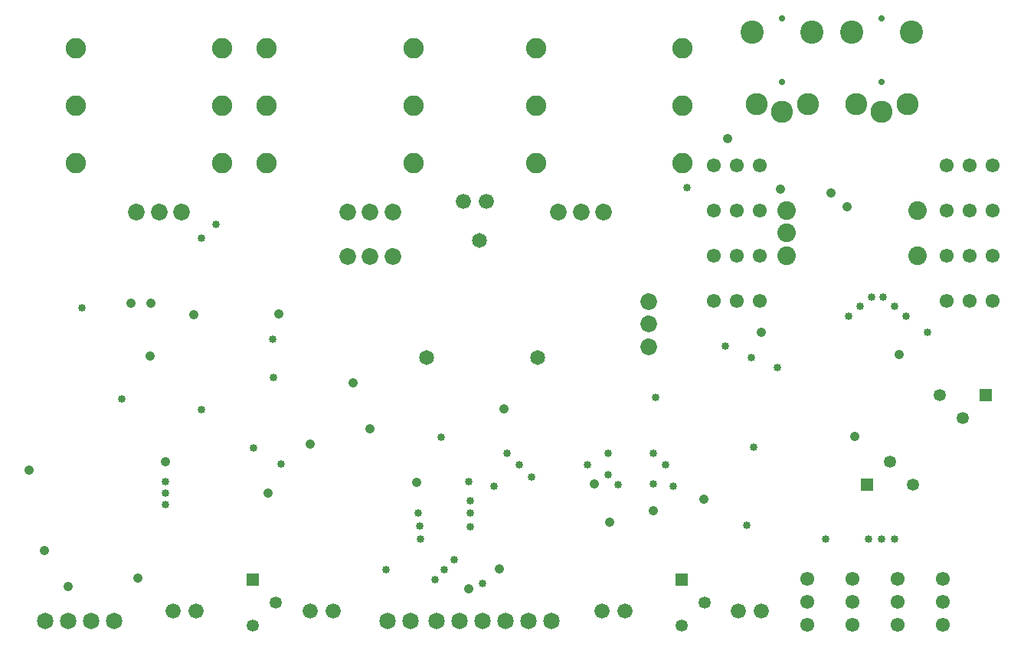
<source format=gbs>
G04*
G04 #@! TF.GenerationSoftware,Altium Limited,Altium Designer,20.1.11 (218)*
G04*
G04 Layer_Color=16711935*
%FSLAX25Y25*%
%MOIN*%
G70*
G04*
G04 #@! TF.SameCoordinates,FE814F26-7F82-419D-9895-0DDABB92EEBD*
G04*
G04*
G04 #@! TF.FilePolarity,Negative*
G04*
G01*
G75*
%ADD75C,0.06102*%
%ADD76C,0.07284*%
%ADD77C,0.07191*%
%ADD78C,0.06591*%
%ADD79R,0.05315X0.05315*%
%ADD80C,0.05315*%
%ADD81R,0.05315X0.05315*%
%ADD82C,0.08859*%
%ADD83C,0.09587*%
%ADD84C,0.10114*%
%ADD85C,0.02756*%
%ADD86C,0.08071*%
%ADD87C,0.03347*%
%ADD88C,0.04134*%
%ADD89C,0.06496*%
D75*
X308898Y150000D02*
D03*
X318898D02*
D03*
X328898D02*
D03*
X308898Y169685D02*
D03*
X318898D02*
D03*
X328898D02*
D03*
X308740Y189370D02*
D03*
X318740D02*
D03*
X328740D02*
D03*
X308898Y209055D02*
D03*
X318898D02*
D03*
X328898D02*
D03*
X430276Y209055D02*
D03*
X420276D02*
D03*
X410276D02*
D03*
X408464Y29094D02*
D03*
Y19094D02*
D03*
Y9094D02*
D03*
X430276Y189370D02*
D03*
X420276D02*
D03*
X410276D02*
D03*
X388779Y29094D02*
D03*
Y19094D02*
D03*
Y9094D02*
D03*
X430276Y169685D02*
D03*
X420276D02*
D03*
X410276D02*
D03*
X369094Y29094D02*
D03*
Y19094D02*
D03*
Y9094D02*
D03*
X430276Y150000D02*
D03*
X420276D02*
D03*
X410276D02*
D03*
X349409Y29094D02*
D03*
Y19094D02*
D03*
Y9094D02*
D03*
D76*
X57480Y188583D02*
D03*
X67323D02*
D03*
X77165D02*
D03*
X169095Y169488D02*
D03*
X159252D02*
D03*
X149409D02*
D03*
X280512Y130118D02*
D03*
Y139961D02*
D03*
Y149803D02*
D03*
X149409Y188583D02*
D03*
X159252D02*
D03*
X169095D02*
D03*
X241142D02*
D03*
X250984D02*
D03*
X260827D02*
D03*
D77*
X176772Y10531D02*
D03*
X166772D02*
D03*
X47657Y10614D02*
D03*
X37657D02*
D03*
X17658D02*
D03*
X27657D02*
D03*
X208110Y10531D02*
D03*
X218110D02*
D03*
X238110D02*
D03*
X228110D02*
D03*
X198110D02*
D03*
X188110D02*
D03*
D78*
X329508Y14862D02*
D03*
X319508D02*
D03*
X270236D02*
D03*
X260236D02*
D03*
X143071Y14961D02*
D03*
X133071D02*
D03*
X209842Y193307D02*
D03*
X199843D02*
D03*
X83346Y14961D02*
D03*
X73347D02*
D03*
D79*
X294882Y28775D02*
D03*
X108160Y28775D02*
D03*
D80*
X304882Y18775D02*
D03*
X294882Y8775D02*
D03*
X417126Y99016D02*
D03*
X407126Y109016D02*
D03*
X385335Y79902D02*
D03*
X395335Y69902D02*
D03*
X118160Y18775D02*
D03*
X108160Y8775D02*
D03*
D81*
X427126Y109016D02*
D03*
X375335Y69902D02*
D03*
D82*
X178071Y210039D02*
D03*
X114173D02*
D03*
X178071Y260039D02*
D03*
X114173D02*
D03*
X178071Y235039D02*
D03*
X114173D02*
D03*
X94941Y210039D02*
D03*
X31043D02*
D03*
X94941Y260039D02*
D03*
X31043D02*
D03*
X94941Y235039D02*
D03*
X31043D02*
D03*
X295276Y210039D02*
D03*
X231378D02*
D03*
X295276Y260039D02*
D03*
X231378D02*
D03*
X295276Y235039D02*
D03*
X231378D02*
D03*
D83*
X338583Y232480D02*
D03*
X327362Y235630D02*
D03*
X349803D02*
D03*
X393110D02*
D03*
X370669D02*
D03*
X381890Y232480D02*
D03*
D84*
X325590Y267126D02*
D03*
X351575D02*
D03*
X394882D02*
D03*
X368898D02*
D03*
D85*
X338583Y273031D02*
D03*
Y245472D02*
D03*
X381890D02*
D03*
Y273031D02*
D03*
D86*
X397441Y189370D02*
D03*
Y169685D02*
D03*
X340354Y179527D02*
D03*
Y189370D02*
D03*
Y169685D02*
D03*
D87*
X282476Y83563D02*
D03*
X166142Y32874D02*
D03*
X208110Y26890D02*
D03*
X120544Y78937D02*
D03*
X108563Y85925D02*
D03*
X212992Y69494D02*
D03*
X287858Y78569D02*
D03*
X282476Y70368D02*
D03*
X291142Y69289D02*
D03*
X253724Y78569D02*
D03*
X224115D02*
D03*
X229331Y73223D02*
D03*
X267126Y69902D02*
D03*
X262803Y74213D02*
D03*
Y83563D02*
D03*
X202698Y51772D02*
D03*
Y57500D02*
D03*
X218799Y83563D02*
D03*
X92071Y183292D02*
D03*
X85876Y177455D02*
D03*
X117172Y116596D02*
D03*
X387480Y46457D02*
D03*
X381890D02*
D03*
X375984D02*
D03*
X357480D02*
D03*
X297243Y199212D02*
D03*
X326015Y86221D02*
D03*
X116680Y133169D02*
D03*
X33773Y146929D02*
D03*
X323276Y52165D02*
D03*
X70079Y61279D02*
D03*
Y66279D02*
D03*
Y71279D02*
D03*
X190236Y90551D02*
D03*
X85728Y102645D02*
D03*
X50984Y107185D02*
D03*
X191432Y33071D02*
D03*
X195650Y37402D02*
D03*
X187311Y28799D02*
D03*
X336411Y120866D02*
D03*
X313794Y130399D02*
D03*
X325295Y125295D02*
D03*
X377480Y151575D02*
D03*
X372480Y147539D02*
D03*
X367421Y143405D02*
D03*
X382480Y151575D02*
D03*
X387480Y147539D02*
D03*
X392480Y143405D02*
D03*
X401850Y136319D02*
D03*
X202698Y62992D02*
D03*
X180236Y57500D02*
D03*
X180709Y51968D02*
D03*
X181023Y46279D02*
D03*
X202067Y71398D02*
D03*
X283563Y107972D02*
D03*
D88*
X202008Y24705D02*
D03*
X114711Y66279D02*
D03*
X389366Y126775D02*
D03*
X119630Y144488D02*
D03*
X159055Y94390D02*
D03*
X58071Y29248D02*
D03*
X27657Y25591D02*
D03*
X370079Y91142D02*
D03*
X314961Y220571D02*
D03*
X366967Y191142D02*
D03*
X359822Y197047D02*
D03*
X337932Y198622D02*
D03*
X179429Y71063D02*
D03*
X217618Y103150D02*
D03*
X55020Y149094D02*
D03*
X63681D02*
D03*
X63386Y126083D02*
D03*
X133071Y87599D02*
D03*
X82579Y144095D02*
D03*
X151787Y114173D02*
D03*
X17520Y41279D02*
D03*
X70079Y79882D02*
D03*
X10827Y76279D02*
D03*
X329641Y136319D02*
D03*
X215551Y33268D02*
D03*
X304523Y63524D02*
D03*
X256799Y70177D02*
D03*
X282476Y58524D02*
D03*
X263533Y53519D02*
D03*
D89*
X206693Y176378D02*
D03*
X183858Y125197D02*
D03*
X232283Y125197D02*
D03*
M02*

</source>
